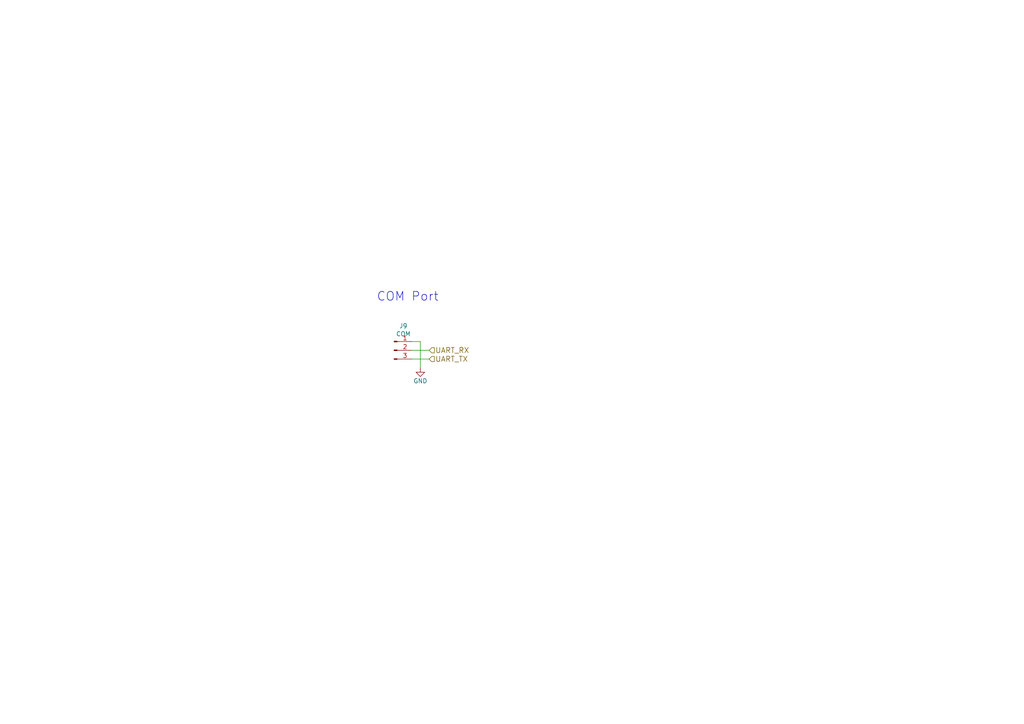
<source format=kicad_sch>
(kicad_sch (version 20230121) (generator eeschema)
  (paper "A4")
  (lib_symbols
    (symbol "KERISE-rescue:Conn_01x03_Male-Connector-KERISE-rescue-KERISE-rescue" (pin_names (offset 1.016) hide)
      (property "Reference" "J" (at 0 5.08 0))
      (property "Value" "Conn_01x03_Male-Connector-KERISE-rescue-KERISE-rescue" (at 0 -5.08 0))
      (symbol "Conn_01x03_Male-Connector-KERISE-rescue-KERISE-rescue_1_1"
        (polyline (pts (xy 1.27 -2.54) (xy 0.8636 -2.54)) (stroke (width 0.1524)))
        (polyline (pts (xy 1.27 0) (xy 0.8636 0)) (stroke (width 0.1524)))
        (polyline (pts (xy 1.27 2.54) (xy 0.8636 2.54)) (stroke (width 0.1524)))
        (rectangle (start 0.8636 -2.413) (end 0 -2.667) (stroke (width 0.1524)) (fill (type outline)))
        (rectangle (start 0.8636 0.127) (end 0 -0.127) (stroke (width 0.1524)) (fill (type outline)))
        (rectangle (start 0.8636 2.667) (end 0 2.413) (stroke (width 0.1524)) (fill (type outline)))
        (pin passive line (at 5.08 2.54 180) (length 3.81) (name "Pin_1") (number "1"))
        (pin passive line (at 5.08 0 180) (length 3.81) (name "Pin_2") (number "2"))
        (pin passive line (at 5.08 -2.54 180) (length 3.81) (name "Pin_3") (number "3"))
      )
    )
    (symbol "KERISE-rescue:GND-power-KERISE-rescue-KERISE-rescue" (power) (pin_names (offset 0))
      (property "Value" "GND-power-KERISE-rescue-KERISE-rescue" (at 0 -3.81 0))
      (symbol "GND-power-KERISE-rescue-KERISE-rescue_0_1"
        (polyline (pts (xy 0 0) (xy 0 -1.27) (xy 1.27 -1.27) (xy 0 -2.54) (xy -1.27 -1.27) (xy 0 -1.27)))
      )
      (symbol "GND-power-KERISE-rescue-KERISE-rescue_1_1"
        (pin power_in line (at 0 0 270) (length 0) hide (name "GND") (number "1"))
      )
    )
  )
  (wire (pts (xy 121.92 99.06) (xy 121.92 106.68)))
  (wire (pts (xy 119.38 101.6) (xy 124.46 101.6)))
  (wire (pts (xy 124.46 104.14) (xy 119.38 104.14)))
  (wire (pts (xy 121.92 99.06) (xy 119.38 99.06)))
  (text "COM Port" (at 109.22 87.63 0) (effects (font (size 2.54 2.54)) (justify left bottom)))
  (hierarchical_label "UART_TX" (shape input) (at 124.46 104.14 0) (effects (font (size 1.524 1.524))))
  (hierarchical_label "UART_RX" (shape input) (at 124.46 101.6 0) (effects (font (size 1.524 1.524))))
  (symbol (lib_id "KERISE-rescue:GND-power-KERISE-rescue-KERISE-rescue") (at 121.92 106.68 0) (unit 1)
    (property "Reference" "#PWR032" (effects hide))
    (property "Value" "GND" (at 121.92 110.49 0))
  )
  (symbol (lib_id "KERISE-rescue:Conn_01x03_Male-Connector-KERISE-rescue-KERISE-rescue") (at 114.3 101.6 0) (unit 1)
    (property "Reference" "J9" (at 116.9924 94.5388 0))
    (property "Value" "COM" (at 116.9924 96.8502 0))
    (property "Footprint" "mouse:JST_SH_BM03B-SRSS-TB_03x1.00mm_Straight" (effects hide))
  )
)
</source>
